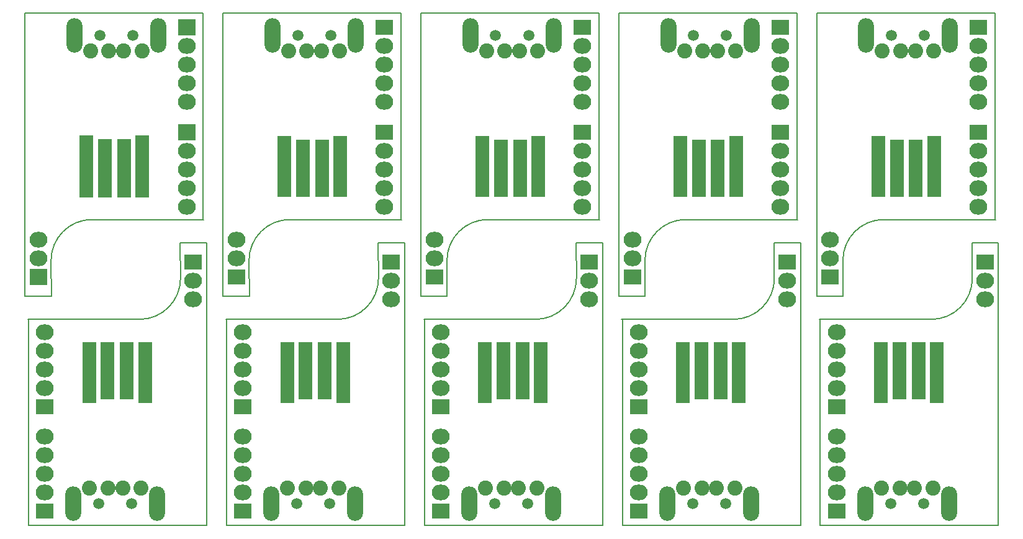
<source format=gbs>
%MOIN*%
%OFA0B0*%
%FSLAX46Y46*%
%IPPOS*%
%LPD*%
%AMREC2090*
4,1,3,
0.037401574803149581,0.16535433070866143,
-0.03740157480314963,0.16535433070866143,
-0.037401574803149581,-0.16535433070866143,
0.03740157480314963,-0.16535433070866143,
0*%
%AMREC2100*
4,1,3,
0.037401574803149588,0.15551181102362208,
-0.037401574803149623,0.15551181102362208,
-0.037401574803149588,-0.15551181102362208,
0.037401574803149623,-0.15551181102362208,
0*%
%AMREC2110*
4,1,3,
0.04787401574803149,0.041874015748031512,
-0.047874015748031504,0.041874015748031491,
-0.04787401574803149,-0.041874015748031512,
0.047874015748031504,-0.041874015748031491,
0*%
%ADD10C,0.0039370078740157488*%
%ADD11C,0.005905511811023622*%
%ADD12R,0.074803149606299218X0.33070866141732286*%
%ADD13R,0.074803149606299218X0.31102362204724415*%
%ADD14R,0.095748031496063X0.083748031496063011*%
%ADD15O,0.095748031496063X0.083748031496063011*%
%ADD16C,0.08070866141732283*%
%ADD17C,0.059055118110236227*%
%ADD18O,0.086614173228346469X0.18503937007874016*%
%ADD29C,0.0039370078740157488*%
%ADD30C,0.005905511811023622*%
%ADD31R,0.074803149606299218X0.33070866141732286*%
%ADD32R,0.074803149606299218X0.31102362204724415*%
%ADD33R,0.095748031496063X0.083748031496063011*%
%ADD34O,0.095748031496063X0.083748031496063011*%
%ADD35C,0.08070866141732283*%
%ADD36C,0.059055118110236227*%
%ADD37O,0.086614173228346469X0.18503937007874016*%
%ADD38C,0.0039370078740157488*%
%ADD39C,0.005905511811023622*%
%ADD40R,0.074803149606299218X0.33070866141732286*%
%ADD41R,0.074803149606299218X0.31102362204724415*%
%ADD42R,0.095748031496063X0.083748031496063011*%
%ADD43O,0.095748031496063X0.083748031496063011*%
%ADD44C,0.08070866141732283*%
%ADD45C,0.059055118110236227*%
%ADD46O,0.086614173228346469X0.18503937007874016*%
%ADD47C,0.0039370078740157488*%
%ADD48C,0.005905511811023622*%
%AMCOMP260*
4,1,3,
0.037401574803149581,0.16535433070866143,
-0.03740157480314963,0.16535433070866143,
-0.037401574803149581,-0.16535433070866143,
0.03740157480314963,-0.16535433070866143,
0*%
%ADD49COMP260*%
%AMCOMP261*
4,1,3,
0.037401574803149588,0.15551181102362208,
-0.037401574803149623,0.15551181102362208,
-0.037401574803149588,-0.15551181102362208,
0.037401574803149623,-0.15551181102362208,
0*%
%ADD50COMP261*%
%AMCOMP262*
4,1,3,
0.04787401574803149,0.041874015748031512,
-0.047874015748031504,0.041874015748031491,
-0.04787401574803149,-0.041874015748031512,
0.047874015748031504,-0.041874015748031491,
0*%
%ADD51COMP262*%
%ADD52O,0.095748031496063X0.083748031496063011*%
%ADD53C,0.08070866141732283*%
%ADD54C,0.059055118110236227*%
%ADD55O,0.086614173228346469X0.18503937007874016*%
%ADD56C,0.0039370078740157488*%
%ADD57C,0.005905511811023622*%
%ADD58R,0.074803149606299218X0.33070866141732286*%
%ADD59R,0.074803149606299218X0.31102362204724415*%
%ADD60R,0.095748031496063X0.083748031496063011*%
%ADD61O,0.095748031496063X0.083748031496063011*%
%ADD62C,0.08070866141732283*%
%ADD63C,0.059055118110236227*%
%ADD64O,0.086614173228346469X0.18503937007874016*%
%ADD65C,0.0039370078740157488*%
%ADD66C,0.005905511811023622*%
%ADD67R,0.074803149606299218X0.33070866141732286*%
%ADD68R,0.074803149606299218X0.31102362204724415*%
%ADD69R,0.095748031496063X0.083748031496063011*%
%ADD70O,0.095748031496063X0.083748031496063011*%
%ADD71C,0.08070866141732283*%
%ADD72C,0.059055118110236227*%
%ADD73O,0.086614173228346469X0.18503937007874016*%
%ADD74C,0.0039370078740157488*%
%ADD75C,0.005905511811023622*%
%ADD76R,0.074803149606299218X0.33070866141732286*%
%ADD77R,0.074803149606299218X0.31102362204724415*%
%ADD78R,0.095748031496063X0.083748031496063011*%
%ADD79O,0.095748031496063X0.083748031496063011*%
%ADD80C,0.08070866141732283*%
%ADD81C,0.059055118110236227*%
%ADD82O,0.086614173228346469X0.18503937007874016*%
%ADD83C,0.0039370078740157488*%
%ADD84C,0.005905511811023622*%
%ADD85R,0.074803149606299218X0.33070866141732286*%
%ADD86R,0.074803149606299218X0.31102362204724415*%
%ADD87R,0.095748031496063X0.083748031496063011*%
%ADD88O,0.095748031496063X0.083748031496063011*%
%ADD89C,0.08070866141732283*%
%ADD90C,0.059055118110236227*%
%ADD91O,0.086614173228346469X0.18503937007874016*%
%ADD92C,0.0039370078740157488*%
%ADD93C,0.005905511811023622*%
%ADD94R,0.074803149606299218X0.33070866141732286*%
%ADD95R,0.074803149606299218X0.31102362204724415*%
%ADD96R,0.095748031496063X0.083748031496063011*%
%ADD97O,0.095748031496063X0.083748031496063011*%
%ADD98C,0.08070866141732283*%
%ADD99C,0.059055118110236227*%
%ADD100O,0.086614173228346469X0.18503937007874016*%
%ADD101C,0.0039370078740157488*%
%ADD102C,0.005905511811023622*%
%ADD103R,0.074803149606299218X0.33070866141732286*%
%ADD104R,0.074803149606299218X0.31102362204724415*%
%ADD105R,0.095748031496063X0.083748031496063011*%
%ADD106O,0.095748031496063X0.083748031496063011*%
%ADD107C,0.08070866141732283*%
%ADD108C,0.059055118110236227*%
%ADD109O,0.086614173228346469X0.18503937007874016*%
G01G01*
D10*
D11*
X0000914960Y0001346220D02*
G75*
G03G03X0001134960Y0001566220J0000220000D01X0001134960Y0001566220J0000220000D01*
G01G01*
X0000318527Y0000239031D02*
X0000318527Y0001343362D01*
X0001275220Y0000239031D02*
X0000318527Y0000239031D01*
X0001275220Y0001756748D02*
X0001275220Y0000239031D01*
X0001133488Y0001756748D02*
X0001275220Y0001756748D01*
X0001134960Y0001566220D02*
X0001133488Y0001756748D01*
X0000314960Y0001346220D02*
X0000914960Y0001346220D01*
D12*
X0000644511Y0001059897D03*
X0000944511Y0001059897D03*
D13*
X0000845692Y0001069740D03*
X0000743330Y0001069740D03*
D14*
X0001202779Y0001653204D03*
D15*
X0001202779Y0001553204D03*
X0001202779Y0001453204D03*
D14*
X0000407110Y0000878401D03*
D15*
X0000407110Y0000978401D03*
X0000407110Y0001078401D03*
X0000407110Y0001178401D03*
X0000407110Y0001278401D03*
D14*
X0000407110Y0000315803D03*
D15*
X0000407110Y0000415803D03*
X0000407110Y0000515803D03*
X0000407110Y0000615803D03*
X0000407110Y0000715803D03*
D16*
X0000824433Y0000439818D03*
X0000922858Y0000439818D03*
X0000745692Y0000439818D03*
X0000647267Y0000439818D03*
D17*
X0000873645Y0000357141D03*
X0000696480Y0000357141D03*
D18*
X0000560653Y0000357141D03*
X0001009472Y0000357141D03*
G04 next file*
G04 Gerber Fmt 4.6, Leading zero omitted, Abs format (unit mm)*
G04 Created by KiCad (PCBNEW 4.0.7) date Monday, 05 March 2018 'PMt' 22:45:11*
G01G01*
G04 APERTURE LIST*
G04 APERTURE END LIST*
D29*
D30*
X0001722834Y0001882125D02*
G75*
G03G03X0001502834Y0001662125J-0000220000D01X0001502834Y0001662125J-0000220000D01*
G01G01*
X0002319267Y0002989314D02*
X0002319267Y0001884984D01*
X0001362574Y0002989314D02*
X0002319267Y0002989314D01*
X0001362574Y0001471598D02*
X0001362574Y0002989314D01*
X0001504307Y0001471598D02*
X0001362574Y0001471598D01*
X0001502834Y0001662125D02*
X0001504307Y0001471598D01*
X0002322834Y0001882125D02*
X0001722834Y0001882125D01*
D31*
X0001993283Y0002168448D03*
X0001693283Y0002168448D03*
D32*
X0001792102Y0002158606D03*
X0001894464Y0002158606D03*
D33*
X0001435015Y0001575141D03*
D34*
X0001435015Y0001675141D03*
X0001435015Y0001775141D03*
D33*
X0002230685Y0002349944D03*
D34*
X0002230685Y0002249944D03*
X0002230685Y0002149944D03*
X0002230685Y0002049944D03*
X0002230685Y0001949944D03*
D33*
X0002230685Y0002912543D03*
D34*
X0002230685Y0002812543D03*
X0002230685Y0002712543D03*
X0002230685Y0002612543D03*
X0002230685Y0002512543D03*
D35*
X0001813362Y0002788527D03*
X0001714937Y0002788527D03*
X0001892102Y0002788527D03*
X0001990527Y0002788527D03*
D36*
X0001764149Y0002871204D03*
X0001941314Y0002871204D03*
D37*
X0002077141Y0002871204D03*
X0001628322Y0002871204D03*
G04 next file*
G04 Gerber Fmt 4.6, Leading zero omitted, Abs format (unit mm)*
G04 Created by KiCad (PCBNEW 4.0.7) date Monday, 05 March 2018 'PMt' 22:45:11*
G01G01*
G04 APERTURE LIST*
G04 APERTURE END LIST*
D38*
D39*
X0001977952Y0001346220D02*
G75*
G03G03X0002197952Y0001566220J0000220000D01X0002197952Y0001566220J0000220000D01*
G01G01*
X0001381519Y0000239031D02*
X0001381519Y0001343362D01*
X0002338212Y0000239031D02*
X0001381519Y0000239031D01*
X0002338212Y0001756748D02*
X0002338212Y0000239031D01*
X0002196480Y0001756748D02*
X0002338212Y0001756748D01*
X0002197952Y0001566220D02*
X0002196480Y0001756748D01*
X0001377952Y0001346220D02*
X0001977952Y0001346220D01*
D40*
X0001707503Y0001059897D03*
X0002007503Y0001059897D03*
D41*
X0001908685Y0001069740D03*
X0001806322Y0001069740D03*
D42*
X0002265771Y0001653204D03*
D43*
X0002265771Y0001553204D03*
X0002265771Y0001453204D03*
D42*
X0001470102Y0000878401D03*
D43*
X0001470102Y0000978401D03*
X0001470102Y0001078401D03*
X0001470102Y0001178401D03*
X0001470102Y0001278401D03*
D42*
X0001470102Y0000315803D03*
D43*
X0001470102Y0000415803D03*
X0001470102Y0000515803D03*
X0001470102Y0000615803D03*
X0001470102Y0000715803D03*
D44*
X0001887425Y0000439818D03*
X0001985850Y0000439818D03*
X0001808685Y0000439818D03*
X0001710259Y0000439818D03*
D45*
X0001936637Y0000357141D03*
X0001759472Y0000357141D03*
D46*
X0001623645Y0000357141D03*
X0002072464Y0000357141D03*
G04 next file*
G04 Gerber Fmt 4.6, Leading zero omitted, Abs format (unit mm)*
G04 Created by KiCad (PCBNEW 4.0.7) date Monday, 05 March 2018 'PMt' 22:45:11*
G01G01*
G04 APERTURE LIST*
G04 APERTURE END LIST*
D47*
D48*
X0000659842Y0001882125D02*
G75*
G03G03X0000439842Y0001662125J-0000220000D01X0000439842Y0001662125J-0000220000D01*
G01G01*
X0001256275Y0002989314D02*
X0001256275Y0001884984D01*
X0000299582Y0002989314D02*
X0001256275Y0002989314D01*
X0000299582Y0001471598D02*
X0000299582Y0002989314D01*
X0000441314Y0001471598D02*
X0000299582Y0001471598D01*
X0000439842Y0001662125D02*
X0000441314Y0001471598D01*
X0001259842Y0001882125D02*
X0000659842Y0001882125D01*
D49*
X0000930291Y0002168448D03*
X0000630291Y0002168448D03*
D50*
X0000729110Y0002158606D03*
X0000831472Y0002158606D03*
D51*
X0000372023Y0001575141D03*
D52*
X0000372023Y0001675141D03*
X0000372023Y0001775141D03*
D51*
X0001167692Y0002349944D03*
D52*
X0001167692Y0002249944D03*
X0001167692Y0002149944D03*
X0001167692Y0002049944D03*
X0001167692Y0001949944D03*
D51*
X0001167692Y0002912543D03*
D52*
X0001167692Y0002812543D03*
X0001167692Y0002712543D03*
X0001167692Y0002612543D03*
X0001167692Y0002512543D03*
D53*
X0000750370Y0002788527D03*
X0000651944Y0002788527D03*
X0000829110Y0002788527D03*
X0000927535Y0002788527D03*
D54*
X0000701157Y0002871204D03*
X0000878322Y0002871204D03*
D55*
X0001014149Y0002871204D03*
X0000565330Y0002871204D03*
G04 next file*
G04 Gerber Fmt 4.6, Leading zero omitted, Abs format (unit mm)*
G04 Created by KiCad (PCBNEW 4.0.7) date Monday, 05 March 2018 'PMt' 22:45:11*
G01G01*
G04 APERTURE LIST*
G04 APERTURE END LIST*
D56*
D57*
X0002785826Y0001882125D02*
G75*
G03G03X0002565826Y0001662125J-0000220000D01X0002565826Y0001662125J-0000220000D01*
G01G01*
X0003382259Y0002989314D02*
X0003382259Y0001884984D01*
X0002425566Y0002989314D02*
X0003382259Y0002989314D01*
X0002425566Y0001471598D02*
X0002425566Y0002989314D01*
X0002567299Y0001471598D02*
X0002425566Y0001471598D01*
X0002565826Y0001662125D02*
X0002567299Y0001471598D01*
X0003385826Y0001882125D02*
X0002785826Y0001882125D01*
D58*
X0003056275Y0002168448D03*
X0002756275Y0002168448D03*
D59*
X0002855094Y0002158606D03*
X0002957456Y0002158606D03*
D60*
X0002498007Y0001575141D03*
D61*
X0002498007Y0001675141D03*
X0002498007Y0001775141D03*
D60*
X0003293677Y0002349944D03*
D61*
X0003293677Y0002249944D03*
X0003293677Y0002149944D03*
X0003293677Y0002049944D03*
X0003293677Y0001949944D03*
D60*
X0003293677Y0002912543D03*
D61*
X0003293677Y0002812543D03*
X0003293677Y0002712543D03*
X0003293677Y0002612543D03*
X0003293677Y0002512543D03*
D62*
X0002876354Y0002788527D03*
X0002777929Y0002788527D03*
X0002955094Y0002788527D03*
X0003053519Y0002788527D03*
D63*
X0002827141Y0002871204D03*
X0003004307Y0002871204D03*
D64*
X0003140133Y0002871204D03*
X0002691314Y0002871204D03*
G04 next file*
G04 Gerber Fmt 4.6, Leading zero omitted, Abs format (unit mm)*
G04 Created by KiCad (PCBNEW 4.0.7) date Monday, 05 March 2018 'PMt' 22:45:11*
G01G01*
G04 APERTURE LIST*
G04 APERTURE END LIST*
D65*
D66*
X0003040944Y0001346220D02*
G75*
G03G03X0003260944Y0001566220J0000220000D01X0003260944Y0001566220J0000220000D01*
G01G01*
X0002444511Y0000239031D02*
X0002444511Y0001343362D01*
X0003401204Y0000239031D02*
X0002444511Y0000239031D01*
X0003401204Y0001756748D02*
X0003401204Y0000239031D01*
X0003259472Y0001756748D02*
X0003401204Y0001756748D01*
X0003260944Y0001566220D02*
X0003259472Y0001756748D01*
X0002440944Y0001346220D02*
X0003040944Y0001346220D01*
D67*
X0002770496Y0001059897D03*
X0003070496Y0001059897D03*
D68*
X0002971677Y0001069740D03*
X0002869314Y0001069740D03*
D69*
X0003328763Y0001653204D03*
D70*
X0003328763Y0001553204D03*
X0003328763Y0001453204D03*
D69*
X0002533094Y0000878401D03*
D70*
X0002533094Y0000978401D03*
X0002533094Y0001078401D03*
X0002533094Y0001178401D03*
X0002533094Y0001278401D03*
D69*
X0002533094Y0000315803D03*
D70*
X0002533094Y0000415803D03*
X0002533094Y0000515803D03*
X0002533094Y0000615803D03*
X0002533094Y0000715803D03*
D71*
X0002950417Y0000439818D03*
X0003048842Y0000439818D03*
X0002871677Y0000439818D03*
X0002773251Y0000439818D03*
D72*
X0002999629Y0000357141D03*
X0002822464Y0000357141D03*
D73*
X0002686637Y0000357141D03*
X0003135456Y0000357141D03*
G04 next file*
G04 Gerber Fmt 4.6, Leading zero omitted, Abs format (unit mm)*
G04 Created by KiCad (PCBNEW 4.0.7) date Monday, 05 March 2018 'PMt' 22:45:11*
G01G01*
G04 APERTURE LIST*
G04 APERTURE END LIST*
D74*
D75*
X0004103937Y0001346220D02*
G75*
G03G03X0004323937Y0001566220J0000220000D01X0004323937Y0001566220J0000220000D01*
G01G01*
X0003507503Y0000239031D02*
X0003507503Y0001343362D01*
X0004464196Y0000239031D02*
X0003507503Y0000239031D01*
X0004464196Y0001756748D02*
X0004464196Y0000239031D01*
X0004322464Y0001756748D02*
X0004464196Y0001756748D01*
X0004323937Y0001566220D02*
X0004322464Y0001756748D01*
X0003503937Y0001346220D02*
X0004103937Y0001346220D01*
D76*
X0003833488Y0001059897D03*
X0004133488Y0001059897D03*
D77*
X0004034669Y0001069740D03*
X0003932307Y0001069740D03*
D78*
X0004391755Y0001653204D03*
D79*
X0004391755Y0001553204D03*
X0004391755Y0001453204D03*
D78*
X0003596086Y0000878401D03*
D79*
X0003596086Y0000978401D03*
X0003596086Y0001078401D03*
X0003596086Y0001178401D03*
X0003596086Y0001278401D03*
D78*
X0003596086Y0000315803D03*
D79*
X0003596086Y0000415803D03*
X0003596086Y0000515803D03*
X0003596086Y0000615803D03*
X0003596086Y0000715803D03*
D80*
X0004013409Y0000439818D03*
X0004111834Y0000439818D03*
X0003934669Y0000439818D03*
X0003836244Y0000439818D03*
D81*
X0004062622Y0000357141D03*
X0003885456Y0000357141D03*
D82*
X0003749629Y0000357141D03*
X0004198448Y0000357141D03*
G04 next file*
G04 Gerber Fmt 4.6, Leading zero omitted, Abs format (unit mm)*
G04 Created by KiCad (PCBNEW 4.0.7) date Monday, 05 March 2018 'PMt' 22:45:11*
G01G01*
G04 APERTURE LIST*
G04 APERTURE END LIST*
D83*
D84*
X0003848818Y0001882125D02*
G75*
G03G03X0003628818Y0001662125J-0000220000D01X0003628818Y0001662125J-0000220000D01*
G01G01*
X0004445251Y0002989314D02*
X0004445251Y0001884984D01*
X0003488559Y0002989314D02*
X0004445251Y0002989314D01*
X0003488559Y0001471598D02*
X0003488559Y0002989314D01*
X0003630291Y0001471598D02*
X0003488559Y0001471598D01*
X0003628818Y0001662125D02*
X0003630291Y0001471598D01*
X0004448818Y0001882125D02*
X0003848818Y0001882125D01*
D85*
X0004119267Y0002168448D03*
X0003819267Y0002168448D03*
D86*
X0003918086Y0002158606D03*
X0004020448Y0002158606D03*
D87*
X0003561000Y0001575141D03*
D88*
X0003561000Y0001675141D03*
X0003561000Y0001775141D03*
D87*
X0004356669Y0002349944D03*
D88*
X0004356669Y0002249944D03*
X0004356669Y0002149944D03*
X0004356669Y0002049944D03*
X0004356669Y0001949944D03*
D87*
X0004356669Y0002912543D03*
D88*
X0004356669Y0002812543D03*
X0004356669Y0002712543D03*
X0004356669Y0002612543D03*
X0004356669Y0002512543D03*
D89*
X0003939346Y0002788527D03*
X0003840921Y0002788527D03*
X0004018086Y0002788527D03*
X0004116511Y0002788527D03*
D90*
X0003890133Y0002871204D03*
X0004067299Y0002871204D03*
D91*
X0004203125Y0002871204D03*
X0003754307Y0002871204D03*
G04 next file*
G04 Gerber Fmt 4.6, Leading zero omitted, Abs format (unit mm)*
G04 Created by KiCad (PCBNEW 4.0.7) date Monday, 05 March 2018 'PMt' 22:45:11*
G01G01*
G04 APERTURE LIST*
G04 APERTURE END LIST*
D92*
D93*
X0005166929Y0001346220D02*
G75*
G03G03X0005386929Y0001566220J0000220000D01X0005386929Y0001566220J0000220000D01*
G01G01*
X0004570496Y0000239031D02*
X0004570496Y0001343362D01*
X0005527188Y0000239031D02*
X0004570496Y0000239031D01*
X0005527188Y0001756748D02*
X0005527188Y0000239031D01*
X0005385456Y0001756748D02*
X0005527188Y0001756748D01*
X0005386929Y0001566220D02*
X0005385456Y0001756748D01*
X0004566929Y0001346220D02*
X0005166929Y0001346220D01*
D94*
X0004896480Y0001059897D03*
X0005196480Y0001059897D03*
D95*
X0005097661Y0001069740D03*
X0004995299Y0001069740D03*
D96*
X0005454748Y0001653204D03*
D97*
X0005454748Y0001553204D03*
X0005454748Y0001453204D03*
D96*
X0004659078Y0000878401D03*
D97*
X0004659078Y0000978401D03*
X0004659078Y0001078401D03*
X0004659078Y0001178401D03*
X0004659078Y0001278401D03*
D96*
X0004659078Y0000315803D03*
D97*
X0004659078Y0000415803D03*
X0004659078Y0000515803D03*
X0004659078Y0000615803D03*
X0004659078Y0000715803D03*
D98*
X0005076401Y0000439818D03*
X0005174826Y0000439818D03*
X0004997661Y0000439818D03*
X0004899236Y0000439818D03*
D99*
X0005125614Y0000357141D03*
X0004948448Y0000357141D03*
D100*
X0004812622Y0000357141D03*
X0005261440Y0000357141D03*
G04 next file*
G04 Gerber Fmt 4.6, Leading zero omitted, Abs format (unit mm)*
G04 Created by KiCad (PCBNEW 4.0.7) date Monday, 05 March 2018 'PMt' 22:45:11*
G01G01*
G04 APERTURE LIST*
G04 APERTURE END LIST*
D101*
D102*
X0004911810Y0001882125D02*
G75*
G03G03X0004691811Y0001662125J-0000220000D01X0004691811Y0001662125J-0000220000D01*
G01G01*
X0005508244Y0002989314D02*
X0005508244Y0001884984D01*
X0004551551Y0002989314D02*
X0005508244Y0002989314D01*
X0004551551Y0001471598D02*
X0004551551Y0002989314D01*
X0004693283Y0001471598D02*
X0004551551Y0001471598D01*
X0004691811Y0001662125D02*
X0004693283Y0001471598D01*
X0005511811Y0001882125D02*
X0004911810Y0001882125D01*
D103*
X0005182259Y0002168448D03*
X0004882259Y0002168448D03*
D104*
X0004981078Y0002158606D03*
X0005083440Y0002158606D03*
D105*
X0004623992Y0001575141D03*
D106*
X0004623992Y0001675141D03*
X0004623992Y0001775141D03*
D105*
X0005419661Y0002349944D03*
D106*
X0005419661Y0002249944D03*
X0005419661Y0002149944D03*
X0005419661Y0002049944D03*
X0005419661Y0001949944D03*
D105*
X0005419661Y0002912543D03*
D106*
X0005419661Y0002812543D03*
X0005419661Y0002712543D03*
X0005419661Y0002612543D03*
X0005419661Y0002512543D03*
D107*
X0005002338Y0002788527D03*
X0004903913Y0002788527D03*
X0005081078Y0002788527D03*
X0005179503Y0002788527D03*
D108*
X0004953125Y0002871204D03*
X0005130291Y0002871204D03*
D109*
X0005266118Y0002871204D03*
X0004817299Y0002871204D03*
M02*
</source>
